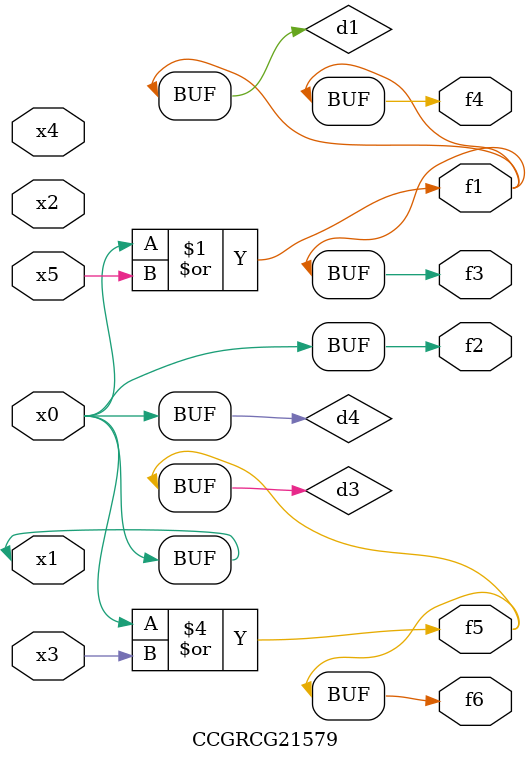
<source format=v>
module CCGRCG21579(
	input x0, x1, x2, x3, x4, x5,
	output f1, f2, f3, f4, f5, f6
);

	wire d1, d2, d3, d4;

	or (d1, x0, x5);
	xnor (d2, x1, x4);
	or (d3, x0, x3);
	buf (d4, x0, x1);
	assign f1 = d1;
	assign f2 = d4;
	assign f3 = d1;
	assign f4 = d1;
	assign f5 = d3;
	assign f6 = d3;
endmodule

</source>
